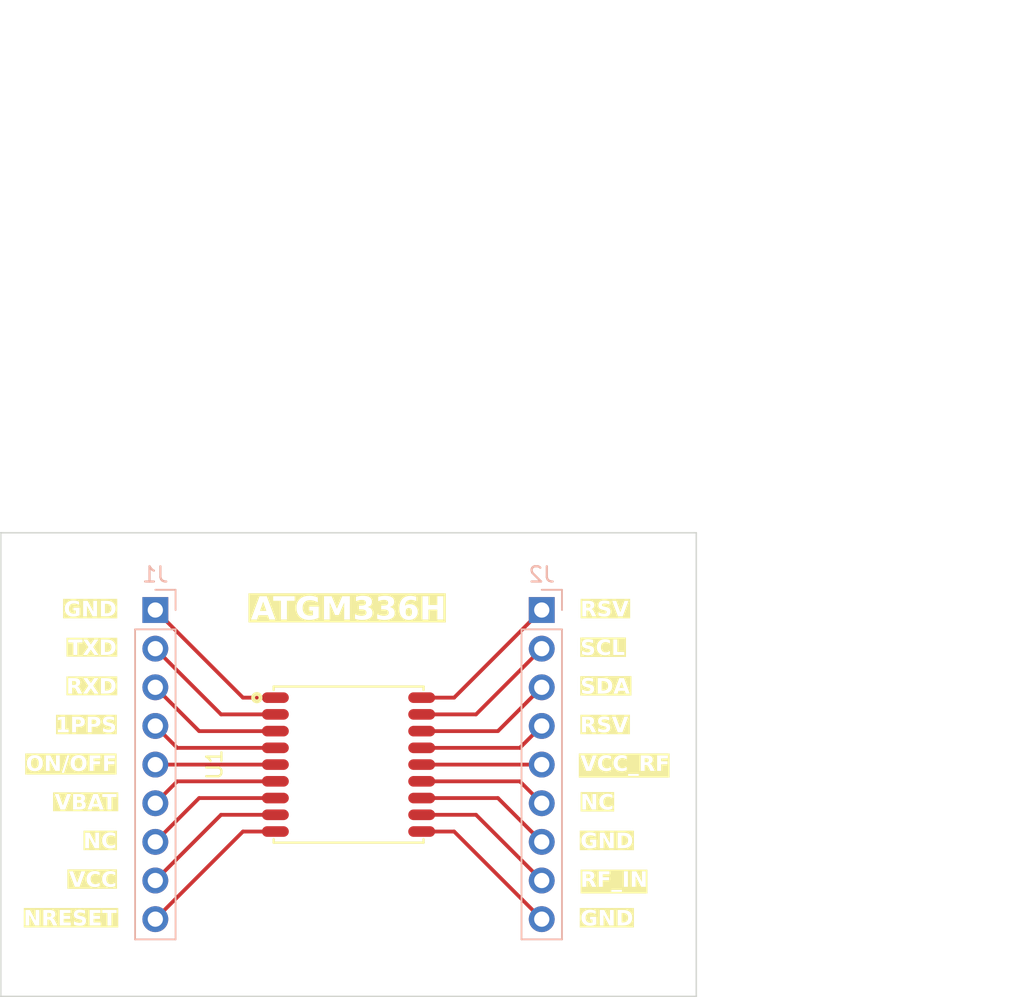
<source format=kicad_pcb>
(kicad_pcb (version 20221018) (generator pcbnew)
  (layers (0 "F.Cu" signal) (31 "B.Cu" signal) (34 "B.Paste" user) (35 "F.Paste" user) (36 "B.SilkS" user "B.Silkscreen") (37 "F.SilkS" user "F.Silkscreen") (38 "B.Mask" user) (39 "F.Mask" user) (44 "Edge.Cuts" user))
  (net 0 "")
  (net 1 "Net-(J1-Pin_1)")
  (net 2 "Net-(J1-Pin_2)")
  (net 3 "Net-(J1-Pin_3)")
  (net 4 "Net-(J1-Pin_4)")
  (net 5 "Net-(J1-Pin_5)")
  (net 6 "Net-(J1-Pin_6)")
  (net 7 "Net-(J1-Pin_7)")
  (net 8 "Net-(J1-Pin_8)")
  (net 9 "Net-(J1-Pin_9)")
  (net 10 "Net-(J2-Pin_1)")
  (net 11 "Net-(J2-Pin_2)")
  (net 12 "Net-(J2-Pin_3)")
  (net 13 "Net-(J2-Pin_4)")
  (net 14 "Net-(J2-Pin_5)")
  (net 15 "Net-(J2-Pin_6)")
  (net 16 "Net-(J2-Pin_7)")
  (net 17 "Net-(J2-Pin_8)")
  (net 18 "Net-(J2-Pin_9)")
  (footprint "PARTS:GPSM-SMD_ATGM336H-TR" (layer "F.Cu") (at 160.02 86.36 90)
    (fp_text reference "U1" (at 0 -8.81 90) (layer "F.SilkS"))
    (fp_text value "ATGM336H-5N31")
    (fp_line (start -5.13 -4.92) (end -5.13 -4.92) (stroke (width 0.15)) (layer "F.SilkS"))
    (fp_line (start -5.13 -4.92) (end -5.13 4.93) (stroke (width 0.15)) (layer "F.SilkS"))
    (fp_line (start -5.13 4.93) (end -5.13 4.93) (stroke (width 0.15)) (layer "F.SilkS"))
    (fp_line (start -5.13 4.93) (end -4.9 4.93) (stroke (width 0.15)) (layer "F.SilkS"))
    (fp_line (start -4.9 -4.92) (end -5.13 -4.92) (stroke (width 0.15)) (layer "F.SilkS"))
    (fp_line (start 4.9 -4.92) (end 5.13 -4.92) (stroke (width 0.15)) (layer "F.SilkS"))
    (fp_line (start 5.13 -4.92) (end 5.13 -4.92) (stroke (width 0.15)) (layer "F.SilkS"))
    (fp_line (start 5.13 -4.92) (end 5.13 4.93) (stroke (width 0.15)) (layer "F.SilkS"))
    (fp_line (start 5.13 4.93) (end 4.9 4.93) (stroke (width 0.15)) (layer "F.SilkS"))
    (fp_line (start 5.13 4.93) (end 5.13 4.93) (stroke (width 0.15)) (layer "F.SilkS"))
    (fp_circle (center 4.4 -6.03) (end 4.52 -6.03) (stroke (width 0.25)) (fill none) (layer "F.SilkS"))
    (pad "1" smd oval (at 4.4 -4.81 270) (size 0.7 1.77) (layers "F.Cu" "F.Paste" "F.Mask") (net 1 "Net-(J1-Pin_1)"))
    (pad "2" smd oval (at 3.3 -4.81 270) (size 0.7 1.77) (layers "F.Cu" "F.Paste" "F.Mask") (net 2 "Net-(J1-Pin_2)"))
    (pad "3" smd oval (at 2.2 -4.81 270) (size 0.7 1.77) (layers "F.Cu" "F.Paste" "F.Mask") (net 3 "Net-(J1-Pin_3)"))
    (pad "4" smd oval (at 1.1 -4.81 270) (size 0.7 1.77) (layers "F.Cu" "F.Paste" "F.Mask") (net 4 "Net-(J1-Pin_4)"))
    (pad "5" smd oval (at 0 -4.81 270) (size 0.7 1.77) (layers "F.Cu" "F.Paste" "F.Mask") (net 5 "Net-(J1-Pin_5)"))
    (pad "6" smd oval (at -1.1 -4.81 270) (size 0.7 1.77) (layers "F.Cu" "F.Paste" "F.Mask") (net 6 "Net-(J1-Pin_6)"))
    (pad "7" smd oval (at -2.2 -4.81 270) (size 0.7 1.77) (layers "F.Cu" "F.Paste" "F.Mask") (net 7 "Net-(J1-Pin_7)"))
    (pad "8" smd oval (at -3.3 -4.81 270) (size 0.7 1.77) (layers "F.Cu" "F.Paste" "F.Mask") (net 8 "Net-(J1-Pin_8)"))
    (pad "9" smd oval (at -4.4 -4.81 270) (size 0.7 1.77) (layers "F.Cu" "F.Paste" "F.Mask") (net 9 "Net-(J1-Pin_9)"))
    (pad "10" smd oval (at -4.4 4.81 270) (size 0.7 1.77) (layers "F.Cu" "F.Paste" "F.Mask") (net 18 "Net-(J2-Pin_9)"))
    (pad "11" smd oval (at -3.3 4.81 270) (size 0.7 1.77) (layers "F.Cu" "F.Paste" "F.Mask") (net 17 "Net-(J2-Pin_8)"))
    (pad "12" smd oval (at -2.2 4.81 270) (size 0.7 1.77) (layers "F.Cu" "F.Paste" "F.Mask") (net 16 "Net-(J2-Pin_7)"))
    (pad "13" smd oval (at -1.1 4.81 270) (size 0.7 1.77) (layers "F.Cu" "F.Paste" "F.Mask") (net 15 "Net-(J2-Pin_6)"))
    (pad "14" smd oval (at 0 4.81 270) (size 0.7 1.77) (layers "F.Cu" "F.Paste" "F.Mask") (net 14 "Net-(J2-Pin_5)"))
    (pad "15" smd oval (at 1.1 4.81 270) (size 0.7 1.77) (layers "F.Cu" "F.Paste" "F.Mask") (net 13 "Net-(J2-Pin_4)"))
    (pad "16" smd oval (at 2.2 4.81 270) (size 0.7 1.77) (layers "F.Cu" "F.Paste" "F.Mask") (net 12 "Net-(J2-Pin_3)"))
    (pad "17" smd oval (at 3.3 4.81 270) (size 0.7 1.77) (layers "F.Cu" "F.Paste" "F.Mask") (net 11 "Net-(J2-Pin_2)"))
    (pad "18" smd oval (at 4.4 4.81 270) (size 0.7 1.77) (layers "F.Cu" "F.Paste" "F.Mask") (net 10 "Net-(J2-Pin_1)"))
  )
  (footprint "Connector_PinHeader_2.54mm:PinHeader_1x09_P2.54mm_Vertical" (layer "B.Cu") (at 172.72 76.2 180)
    (fp_text reference "J2" (at 0 2.33) (layer "B.SilkS") (effects (justify mirror)))
    (fp_text value "Conn_01x09_Pin")
    (fp_line (start -1.33 -21.65) (end 1.33 -21.65) (stroke (width 0.12)) (layer "B.SilkS"))
    (fp_line (start -1.33 -1.27) (end -1.33 -21.65) (stroke (width 0.12)) (layer "B.SilkS"))
    (fp_line (start -1.33 -1.27) (end 1.33 -1.27) (stroke (width 0.12)) (layer "B.SilkS"))
    (fp_line (start -1.33 0) (end -1.33 1.33) (stroke (width 0.12)) (layer "B.SilkS"))
    (fp_line (start -1.33 1.33) (end 0 1.33) (stroke (width 0.12)) (layer "B.SilkS"))
    (fp_line (start 1.33 -1.27) (end 1.33 -21.65) (stroke (width 0.12)) (layer "B.SilkS"))
    (pad "1" thru_hole rect (at 0 0 180) (size 1.7 1.7) (drill 1) (layers "*.Cu" "*.Mask") (net 10 "Net-(J2-Pin_1)"))
    (pad "2" thru_hole oval (at 0 -2.54 180) (size 1.7 1.7) (drill 1) (layers "*.Cu" "*.Mask") (net 11 "Net-(J2-Pin_2)"))
    (pad "3" thru_hole oval (at 0 -5.08 180) (size 1.7 1.7) (drill 1) (layers "*.Cu" "*.Mask") (net 12 "Net-(J2-Pin_3)"))
    (pad "4" thru_hole oval (at 0 -7.62 180) (size 1.7 1.7) (drill 1) (layers "*.Cu" "*.Mask") (net 13 "Net-(J2-Pin_4)"))
    (pad "5" thru_hole oval (at 0 -10.16 180) (size 1.7 1.7) (drill 1) (layers "*.Cu" "*.Mask") (net 14 "Net-(J2-Pin_5)"))
    (pad "6" thru_hole oval (at 0 -12.7 180) (size 1.7 1.7) (drill 1) (layers "*.Cu" "*.Mask") (net 15 "Net-(J2-Pin_6)"))
    (pad "7" thru_hole oval (at 0 -15.24 180) (size 1.7 1.7) (drill 1) (layers "*.Cu" "*.Mask") (net 16 "Net-(J2-Pin_7)"))
    (pad "8" thru_hole oval (at 0 -17.78 180) (size 1.7 1.7) (drill 1) (layers "*.Cu" "*.Mask") (net 17 "Net-(J2-Pin_8)"))
    (pad "9" thru_hole oval (at 0 -20.32 180) (size 1.7 1.7) (drill 1) (layers "*.Cu" "*.Mask") (net 18 "Net-(J2-Pin_9)"))
  )
  (footprint "Connector_PinHeader_2.54mm:PinHeader_1x09_P2.54mm_Vertical" (layer "B.Cu") (at 147.32 76.2 180)
    (fp_text reference "J1" (at 0 2.33) (layer "B.SilkS") (effects (justify mirror)))
    (fp_text value "Conn_01x09_Pin")
    (fp_line (start -1.33 -21.65) (end 1.33 -21.65) (stroke (width 0.12)) (layer "B.SilkS"))
    (fp_line (start -1.33 -1.27) (end -1.33 -21.65) (stroke (width 0.12)) (layer "B.SilkS"))
    (fp_line (start -1.33 -1.27) (end 1.33 -1.27) (stroke (width 0.12)) (layer "B.SilkS"))
    (fp_line (start -1.33 0) (end -1.33 1.33) (stroke (width 0.12)) (layer "B.SilkS"))
    (fp_line (start -1.33 1.33) (end 0 1.33) (stroke (width 0.12)) (layer "B.SilkS"))
    (fp_line (start 1.33 -1.27) (end 1.33 -21.65) (stroke (width 0.12)) (layer "B.SilkS"))
    (pad "1" thru_hole rect (at 0 0 180) (size 1.7 1.7) (drill 1) (layers "*.Cu" "*.Mask") (net 1 "Net-(J1-Pin_1)"))
    (pad "2" thru_hole oval (at 0 -2.54 180) (size 1.7 1.7) (drill 1) (layers "*.Cu" "*.Mask") (net 2 "Net-(J1-Pin_2)"))
    (pad "3" thru_hole oval (at 0 -5.08 180) (size 1.7 1.7) (drill 1) (layers "*.Cu" "*.Mask") (net 3 "Net-(J1-Pin_3)"))
    (pad "4" thru_hole oval (at 0 -7.62 180) (size 1.7 1.7) (drill 1) (layers "*.Cu" "*.Mask") (net 4 "Net-(J1-Pin_4)"))
    (pad "5" thru_hole oval (at 0 -10.16 180) (size 1.7 1.7) (drill 1) (layers "*.Cu" "*.Mask") (net 5 "Net-(J1-Pin_5)"))
    (pad "6" thru_hole oval (at 0 -12.7 180) (size 1.7 1.7) (drill 1) (layers "*.Cu" "*.Mask") (net 6 "Net-(J1-Pin_6)"))
    (pad "7" thru_hole oval (at 0 -15.24 180) (size 1.7 1.7) (drill 1) (layers "*.Cu" "*.Mask") (net 7 "Net-(J1-Pin_7)"))
    (pad "8" thru_hole oval (at 0 -17.78 180) (size 1.7 1.7) (drill 1) (layers "*.Cu" "*.Mask") (net 8 "Net-(J1-Pin_8)"))
    (pad "9" thru_hole oval (at 0 -20.32 180) (size 1.7 1.7) (drill 1) (layers "*.Cu" "*.Mask") (net 9 "Net-(J1-Pin_9)"))
  )
  (gr_rect (start 137.16 71.12) (end 182.88 101.6) (stroke (width 0.1)) (fill none) (layer "Edge.Cuts"))
  (gr_text "NRESET" (at 144.78 96.52) (layer "F.SilkS" knockout) (effects (font (size 1 1)) (justify right)))
  (gr_text "SDA" (at 175.26 81.28) (layer "F.SilkS" knockout) (effects (font (size 1 1)) (justify left)))
  (gr_text "VBAT" (at 144.78 88.9) (layer "F.SilkS" knockout) (effects (font (size 1 1)) (justify right)))
  (gr_text "RF_IN" (at 175.26 93.98) (layer "F.SilkS" knockout) (effects (font (size 1 1)) (justify left)))
  (gr_text "RSV" (at 175.26 76.2) (layer "F.SilkS" knockout) (effects (font (size 1 1)) (justify left)))
  (gr_text "GND" (at 175.26 96.52) (layer "F.SilkS" knockout) (effects (font (size 1 1)) (justify left)))
  (gr_text "NC" (at 144.78 91.44) (layer "F.SilkS" knockout) (effects (font (size 1 1)) (justify right)))
  (gr_text "TXD" (at 144.78 78.74) (layer "F.SilkS" knockout) (effects (font (size 1 1)) (justify right)))
  (gr_text "VCC" (at 144.78 93.98) (layer "F.SilkS" knockout) (effects (font (size 1 1)) (justify right)))
  (gr_text "ATGM336H" (at 160.02 76.2) (layer "F.SilkS" knockout) (effects (font (size 1.5 1.5) (thickness 0.3) bold)))
  (gr_text "RSV" (at 175.241007 83.82) (layer "F.SilkS" knockout) (effects (font (size 1 1)) (justify left)))
  (gr_text "SCL" (at 175.26 78.74) (layer "F.SilkS" knockout) (effects (font (size 1 1)) (justify left)))
  (gr_text "GND" (at 144.78 76.2) (layer "F.SilkS" knockout) (effects (font (size 1 1)) (justify right)))
  (gr_text "ON/OFF" (at 144.78 86.36) (layer "F.SilkS" knockout) (effects (font (size 1 1)) (justify right)))
  (gr_text "VCC_RF" (at 175.26 86.36) (layer "F.SilkS" knockout) (effects (font (size 1 1)) (justify left)))
  (gr_text "1PPS" (at 144.78 83.82) (layer "F.SilkS" knockout) (effects (font (size 1 1)) (justify right)))
  (gr_text "NC" (at 175.26 88.9) (layer "F.SilkS" knockout) (effects (font (size 1 1)) (justify left)))
  (gr_text "GND" (at 175.26 91.44) (layer "F.SilkS" knockout) (effects (font (size 1 1)) (justify left)))
  (gr_text "RXD" (at 144.78 81.28) (layer "F.SilkS" knockout) (effects (font (size 1 1)) (justify right)))
  (segment (start 155.21 81.96) (end 153.08 81.96) (width 0.25) (layer "F.Cu") (net 1))
  (segment (start 153.08 81.96) (end 147.32 76.2) (width 0.25) (layer "F.Cu") (net 1))
  (segment (start 151.64 83.06) (end 147.32 78.74) (width 0.25) (layer "F.Cu") (net 2))
  (segment (start 155.21 83.06) (end 151.64 83.06) (width 0.25) (layer "F.Cu") (net 2))
  (segment (start 150.2 84.16) (end 147.32 81.28) (width 0.25) (layer "F.Cu") (net 3))
  (segment (start 155.21 84.16) (end 150.2 84.16) (width 0.25) (layer "F.Cu") (net 3))
  (segment (start 148.76 85.26) (end 147.32 83.82) (width 0.25) (layer "F.Cu") (net 4))
  (segment (start 155.21 85.26) (end 148.76 85.26) (width 0.25) (layer "F.Cu") (net 4))
  (segment (start 155.21 86.36) (end 147.32 86.36) (width 0.25) (layer "F.Cu") (net 5))
  (segment (start 148.76 87.46) (end 147.32 88.9) (width 0.25) (layer "F.Cu") (net 6))
  (segment (start 155.21 87.46) (end 148.76 87.46) (width 0.25) (layer "F.Cu") (net 6))
  (segment (start 155.21 88.56) (end 150.2 88.56) (width 0.25) (layer "F.Cu") (net 7))
  (segment (start 150.2 88.56) (end 147.32 91.44) (width 0.25) (layer "F.Cu") (net 7))
  (segment (start 155.21 89.66) (end 151.64 89.66) (width 0.25) (layer "F.Cu") (net 8))
  (segment (start 151.64 89.66) (end 147.32 93.98) (width 0.25) (layer "F.Cu") (net 8))
  (segment (start 155.21 90.76) (end 153.08 90.76) (width 0.25) (layer "F.Cu") (net 9))
  (segment (start 153.08 90.76) (end 147.32 96.52) (width 0.25) (layer "F.Cu") (net 9))
  (segment (start 164.83 81.96) (end 166.96 81.96) (width 0.25) (layer "F.Cu") (net 10))
  (segment (start 166.96 81.96) (end 172.72 76.2) (width 0.25) (layer "F.Cu") (net 10))
  (segment (start 164.83 83.06) (end 168.4 83.06) (width 0.25) (layer "F.Cu") (net 11))
  (segment (start 168.4 83.06) (end 172.72 78.74) (width 0.25) (layer "F.Cu") (net 11))
  (segment (start 164.83 84.16) (end 169.84 84.16) (width 0.25) (layer "F.Cu") (net 12))
  (segment (start 169.84 84.16) (end 172.72 81.28) (width 0.25) (layer "F.Cu") (net 12))
  (segment (start 171.28 85.26) (end 172.72 83.82) (width 0.25) (layer "F.Cu") (net 13))
  (segment (start 164.83 85.26) (end 171.28 85.26) (width 0.25) (layer "F.Cu") (net 13))
  (segment (start 164.83 86.36) (end 172.72 86.36) (width 0.25) (layer "F.Cu") (net 14))
  (segment (start 164.83 87.46) (end 171.28 87.46) (width 0.25) (layer "F.Cu") (net 15))
  (segment (start 171.28 87.46) (end 172.72 88.9) (width 0.25) (layer "F.Cu") (net 15))
  (segment (start 169.84 88.56) (end 172.72 91.44) (width 0.25) (layer "F.Cu") (net 16))
  (segment (start 164.83 88.56) (end 169.84 88.56) (width 0.25) (layer "F.Cu") (net 16))
  (segment (start 168.4 89.66) (end 172.72 93.98) (width 0.25) (layer "F.Cu") (net 17))
  (segment (start 164.83 89.66) (end 168.4 89.66) (width 0.25) (layer "F.Cu") (net 17))
  (segment (start 164.83 90.76) (end 166.96 90.76) (width 0.25) (layer "F.Cu") (net 18))
  (segment (start 166.96 90.76) (end 172.72 96.52) (width 0.25) (layer "F.Cu") (net 18))
)
</source>
